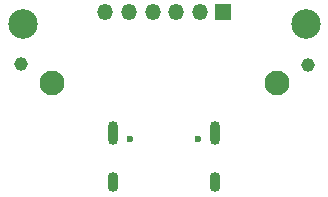
<source format=gbs>
%TF.GenerationSoftware,KiCad,Pcbnew,7.0.7*%
%TF.CreationDate,2023-09-11T21:43:26+02:00*%
%TF.ProjectId,usb-board,7573622d-626f-4617-9264-2e6b69636164,rev?*%
%TF.SameCoordinates,Original*%
%TF.FileFunction,Soldermask,Bot*%
%TF.FilePolarity,Negative*%
%FSLAX46Y46*%
G04 Gerber Fmt 4.6, Leading zero omitted, Abs format (unit mm)*
G04 Created by KiCad (PCBNEW 7.0.7) date 2023-09-11 21:43:26*
%MOMM*%
%LPD*%
G01*
G04 APERTURE LIST*
%ADD10C,1.152000*%
%ADD11C,2.500000*%
%ADD12C,2.100000*%
%ADD13O,0.900000X1.700000*%
%ADD14O,0.900000X2.000000*%
%ADD15C,0.600000*%
%ADD16O,1.350000X1.350000*%
%ADD17R,1.350000X1.350000*%
G04 APERTURE END LIST*
D10*
%TO.C,H6*%
X87900000Y-98400000D03*
%TD*%
%TO.C,H5*%
X112150000Y-98450000D03*
%TD*%
D11*
%TO.C,H4*%
X112000000Y-95000000D03*
%TD*%
%TO.C,H3*%
X88000000Y-95000000D03*
%TD*%
D12*
%TO.C,H2*%
X90500000Y-100000000D03*
%TD*%
%TO.C,H1*%
X109500000Y-100000000D03*
%TD*%
D13*
%TO.C,J2*%
X104320000Y-108400000D03*
D14*
X104320000Y-104230000D03*
D13*
X95680000Y-108400000D03*
D14*
X95680000Y-104230000D03*
D15*
X102890000Y-104710000D03*
X97110000Y-104710000D03*
%TD*%
D16*
%TO.C,J1*%
X95000000Y-94000000D03*
X97000000Y-94000000D03*
X99000000Y-94000000D03*
X101000000Y-94000000D03*
X103000000Y-94000000D03*
D17*
X105000000Y-94000000D03*
%TD*%
M02*

</source>
